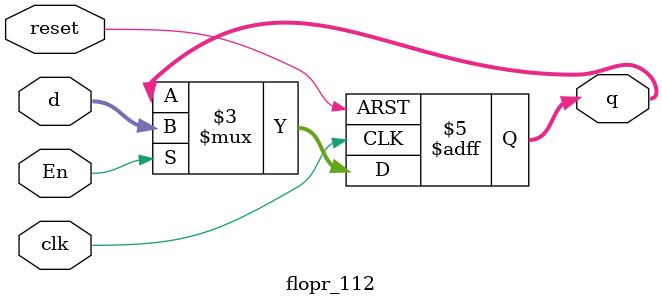
<source format=v>
module flopr_112 #(parameter WITDH = 4) (clk, reset, En, d, q);

input clk, reset, En;
input[WITDH - 1:0] d;
output[WITDH - 1:0] q;
reg[WITDH - 1:0] q;

//异步复位
always @(posedge clk or negedge reset)
begin
  if (!reset) q <= 0;
  else if (En) q <= d;
end

endmodule
</source>
